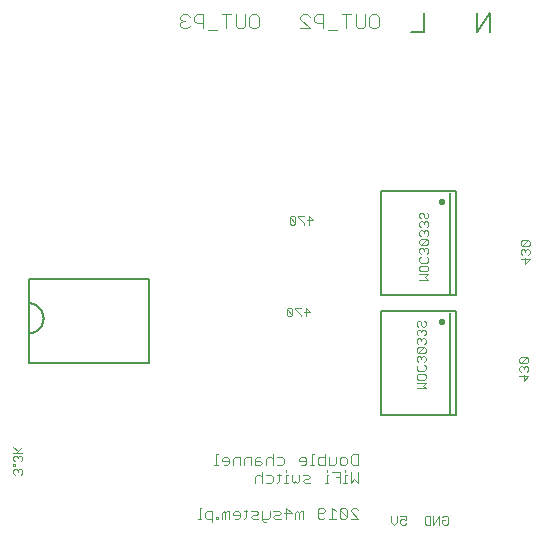
<source format=gbr>
G04 EAGLE Gerber RS-274X export*
G75*
%MOMM*%
%FSLAX34Y34*%
%LPD*%
%INSilkscreen Bottom*%
%IPPOS*%
%AMOC8*
5,1,8,0,0,1.08239X$1,22.5*%
G01*
%ADD10C,0.152400*%
%ADD11C,0.101600*%
%ADD12C,0.076200*%
%ADD13C,0.552200*%


D10*
X359918Y448832D02*
X359918Y432562D01*
X349071Y432562D01*
X415798Y432562D02*
X415798Y448832D01*
X404951Y432562D01*
X404951Y448832D01*
D11*
X304292Y75700D02*
X304292Y66548D01*
X299716Y66548D01*
X298191Y68073D01*
X298191Y74175D01*
X299716Y75700D01*
X304292Y75700D01*
X293412Y66548D02*
X290361Y66548D01*
X288836Y68073D01*
X288836Y71124D01*
X290361Y72649D01*
X293412Y72649D01*
X294937Y71124D01*
X294937Y68073D01*
X293412Y66548D01*
X285582Y68073D02*
X285582Y72649D01*
X285582Y68073D02*
X284056Y66548D01*
X279480Y66548D01*
X279480Y72649D01*
X276226Y75700D02*
X276226Y66548D01*
X271651Y66548D01*
X270125Y68073D01*
X270125Y71124D01*
X271651Y72649D01*
X276226Y72649D01*
X266871Y75700D02*
X265346Y75700D01*
X265346Y66548D01*
X266871Y66548D02*
X263821Y66548D01*
X259109Y66548D02*
X256059Y66548D01*
X259109Y66548D02*
X260634Y68073D01*
X260634Y71124D01*
X259109Y72649D01*
X256059Y72649D01*
X254533Y71124D01*
X254533Y69599D01*
X260634Y69599D01*
X240399Y72649D02*
X235823Y72649D01*
X240399Y72649D02*
X241924Y71124D01*
X241924Y68073D01*
X240399Y66548D01*
X235823Y66548D01*
X232569Y66548D02*
X232569Y75700D01*
X231044Y72649D02*
X232569Y71124D01*
X231044Y72649D02*
X227993Y72649D01*
X226468Y71124D01*
X226468Y66548D01*
X221688Y72649D02*
X218638Y72649D01*
X217113Y71124D01*
X217113Y66548D01*
X221688Y66548D01*
X223214Y68073D01*
X221688Y69599D01*
X217113Y69599D01*
X213859Y72649D02*
X213859Y66548D01*
X213859Y72649D02*
X209283Y72649D01*
X207757Y71124D01*
X207757Y66548D01*
X204503Y66548D02*
X204503Y72649D01*
X199927Y72649D01*
X198402Y71124D01*
X198402Y66548D01*
X193623Y66548D02*
X190572Y66548D01*
X193623Y66548D02*
X195148Y68073D01*
X195148Y71124D01*
X193623Y72649D01*
X190572Y72649D01*
X189047Y71124D01*
X189047Y69599D01*
X195148Y69599D01*
X185793Y75700D02*
X184268Y75700D01*
X184268Y66548D01*
X185793Y66548D02*
X182742Y66548D01*
X304292Y60460D02*
X304292Y51308D01*
X301241Y54359D01*
X298191Y51308D01*
X298191Y60460D01*
X294937Y57409D02*
X293412Y57409D01*
X293412Y51308D01*
X294937Y51308D02*
X291886Y51308D01*
X293412Y60460D02*
X293412Y61985D01*
X288700Y60460D02*
X288700Y51308D01*
X288700Y60460D02*
X282599Y60460D01*
X285649Y55884D02*
X288700Y55884D01*
X279345Y57409D02*
X277820Y57409D01*
X277820Y51308D01*
X279345Y51308D02*
X276294Y51308D01*
X277820Y60460D02*
X277820Y61985D01*
X263753Y51308D02*
X259177Y51308D01*
X257652Y52833D01*
X259177Y54359D01*
X262228Y54359D01*
X263753Y55884D01*
X262228Y57409D01*
X257652Y57409D01*
X254398Y57409D02*
X254398Y52833D01*
X252872Y51308D01*
X251347Y52833D01*
X249822Y51308D01*
X248297Y52833D01*
X248297Y57409D01*
X245043Y57409D02*
X243517Y57409D01*
X243517Y51308D01*
X241992Y51308D02*
X245043Y51308D01*
X243517Y60460D02*
X243517Y61985D01*
X237280Y58935D02*
X237280Y52833D01*
X235755Y51308D01*
X235755Y57409D02*
X238806Y57409D01*
X231044Y57409D02*
X226468Y57409D01*
X231044Y57409D02*
X232569Y55884D01*
X232569Y52833D01*
X231044Y51308D01*
X226468Y51308D01*
X223214Y51308D02*
X223214Y60460D01*
X221688Y57409D02*
X223214Y55884D01*
X221688Y57409D02*
X218638Y57409D01*
X217113Y55884D01*
X217113Y51308D01*
X298191Y20828D02*
X304292Y20828D01*
X298191Y26929D01*
X298191Y28455D01*
X299716Y29980D01*
X302767Y29980D01*
X304292Y28455D01*
X294937Y28455D02*
X294937Y22353D01*
X294937Y28455D02*
X293412Y29980D01*
X290361Y29980D01*
X288836Y28455D01*
X288836Y22353D01*
X290361Y20828D01*
X293412Y20828D01*
X294937Y22353D01*
X288836Y28455D01*
X285582Y26929D02*
X282531Y29980D01*
X282531Y20828D01*
X285582Y20828D02*
X279480Y20828D01*
X276226Y22353D02*
X274701Y20828D01*
X271651Y20828D01*
X270125Y22353D01*
X270125Y28455D01*
X271651Y29980D01*
X274701Y29980D01*
X276226Y28455D01*
X276226Y26929D01*
X274701Y25404D01*
X270125Y25404D01*
X257516Y26929D02*
X257516Y20828D01*
X257516Y26929D02*
X255991Y26929D01*
X254465Y25404D01*
X254465Y20828D01*
X254465Y25404D02*
X252940Y26929D01*
X251415Y25404D01*
X251415Y20828D01*
X243585Y20828D02*
X243585Y29980D01*
X248161Y25404D01*
X242060Y25404D01*
X238806Y20828D02*
X234230Y20828D01*
X232705Y22353D01*
X234230Y23879D01*
X237280Y23879D01*
X238806Y25404D01*
X237280Y26929D01*
X232705Y26929D01*
X229451Y26929D02*
X229451Y22353D01*
X227925Y20828D01*
X223349Y20828D01*
X223349Y19303D02*
X223349Y26929D01*
X223349Y19303D02*
X224875Y17777D01*
X226400Y17777D01*
X220095Y20828D02*
X215519Y20828D01*
X213994Y22353D01*
X215519Y23879D01*
X218570Y23879D01*
X220095Y25404D01*
X218570Y26929D01*
X213994Y26929D01*
X209215Y28455D02*
X209215Y22353D01*
X207690Y20828D01*
X207690Y26929D02*
X210740Y26929D01*
X202978Y20828D02*
X199927Y20828D01*
X202978Y20828D02*
X204503Y22353D01*
X204503Y25404D01*
X202978Y26929D01*
X199927Y26929D01*
X198402Y25404D01*
X198402Y23879D01*
X204503Y23879D01*
X195148Y20828D02*
X195148Y26929D01*
X193623Y26929D01*
X192098Y25404D01*
X192098Y20828D01*
X192098Y25404D02*
X190572Y26929D01*
X189047Y25404D01*
X189047Y20828D01*
X185793Y20828D02*
X185793Y22353D01*
X184268Y22353D01*
X184268Y20828D01*
X185793Y20828D01*
X181115Y17777D02*
X181115Y26929D01*
X176539Y26929D01*
X175014Y25404D01*
X175014Y22353D01*
X176539Y20828D01*
X181115Y20828D01*
X171760Y29980D02*
X170235Y29980D01*
X170235Y20828D01*
X171760Y20828D02*
X168710Y20828D01*
D12*
X340144Y22993D02*
X345059Y22993D01*
X345059Y19307D01*
X342602Y20536D01*
X341373Y20536D01*
X340144Y19307D01*
X340144Y16850D01*
X341373Y15621D01*
X343830Y15621D01*
X345059Y16850D01*
X337575Y18078D02*
X337575Y22993D01*
X337575Y18078D02*
X335117Y15621D01*
X332660Y18078D01*
X332660Y22993D01*
X375704Y21765D02*
X376933Y22993D01*
X379390Y22993D01*
X380619Y21765D01*
X380619Y16850D01*
X379390Y15621D01*
X376933Y15621D01*
X375704Y16850D01*
X375704Y19307D01*
X378162Y19307D01*
X373135Y15621D02*
X373135Y22993D01*
X368220Y15621D01*
X368220Y22993D01*
X365651Y22993D02*
X365651Y15621D01*
X361965Y15621D01*
X360736Y16850D01*
X360736Y21765D01*
X361965Y22993D01*
X365651Y22993D01*
D10*
X25400Y152400D02*
X25400Y177800D01*
X25400Y203200D01*
X25400Y223520D01*
X127000Y223520D01*
X127000Y152400D01*
X25400Y152400D01*
X25400Y177800D02*
X25709Y177804D01*
X26018Y177815D01*
X26327Y177834D01*
X26635Y177860D01*
X26943Y177894D01*
X27249Y177935D01*
X27555Y177984D01*
X27859Y178040D01*
X28161Y178104D01*
X28462Y178175D01*
X28762Y178253D01*
X29059Y178338D01*
X29354Y178431D01*
X29647Y178531D01*
X29937Y178638D01*
X30224Y178752D01*
X30509Y178873D01*
X30791Y179001D01*
X31069Y179135D01*
X31344Y179277D01*
X31616Y179425D01*
X31883Y179580D01*
X32147Y179741D01*
X32407Y179908D01*
X32663Y180082D01*
X32915Y180262D01*
X33162Y180448D01*
X33404Y180640D01*
X33642Y180838D01*
X33875Y181041D01*
X34103Y181251D01*
X34325Y181465D01*
X34543Y181685D01*
X34755Y181911D01*
X34961Y182141D01*
X35162Y182376D01*
X35357Y182616D01*
X35546Y182861D01*
X35729Y183110D01*
X35906Y183364D01*
X36076Y183622D01*
X36241Y183884D01*
X36399Y184150D01*
X36550Y184420D01*
X36695Y184693D01*
X36833Y184970D01*
X36964Y185250D01*
X37088Y185533D01*
X37206Y185819D01*
X37316Y186108D01*
X37420Y186399D01*
X37516Y186693D01*
X37605Y186989D01*
X37687Y187288D01*
X37762Y187588D01*
X37829Y187890D01*
X37889Y188193D01*
X37941Y188498D01*
X37986Y188804D01*
X38024Y189111D01*
X38054Y189419D01*
X38076Y189727D01*
X38092Y190036D01*
X38099Y190345D01*
X38099Y190655D01*
X38092Y190964D01*
X38076Y191273D01*
X38054Y191581D01*
X38024Y191889D01*
X37986Y192196D01*
X37941Y192502D01*
X37889Y192807D01*
X37829Y193110D01*
X37762Y193412D01*
X37687Y193712D01*
X37605Y194011D01*
X37516Y194307D01*
X37420Y194601D01*
X37316Y194892D01*
X37206Y195181D01*
X37088Y195467D01*
X36964Y195750D01*
X36833Y196030D01*
X36695Y196307D01*
X36550Y196580D01*
X36399Y196850D01*
X36241Y197116D01*
X36076Y197378D01*
X35906Y197636D01*
X35729Y197890D01*
X35546Y198139D01*
X35357Y198384D01*
X35162Y198624D01*
X34961Y198859D01*
X34755Y199089D01*
X34543Y199315D01*
X34325Y199535D01*
X34103Y199749D01*
X33875Y199959D01*
X33642Y200162D01*
X33404Y200360D01*
X33162Y200552D01*
X32915Y200738D01*
X32663Y200918D01*
X32407Y201092D01*
X32147Y201259D01*
X31883Y201420D01*
X31616Y201575D01*
X31344Y201723D01*
X31069Y201865D01*
X30791Y201999D01*
X30509Y202127D01*
X30224Y202248D01*
X29937Y202362D01*
X29647Y202469D01*
X29354Y202569D01*
X29059Y202662D01*
X28762Y202747D01*
X28462Y202825D01*
X28161Y202896D01*
X27859Y202960D01*
X27555Y203016D01*
X27249Y203065D01*
X26943Y203106D01*
X26635Y203140D01*
X26327Y203166D01*
X26018Y203185D01*
X25709Y203196D01*
X25400Y203200D01*
X323800Y210400D02*
X382240Y210400D01*
X387400Y210400D01*
X323800Y210400D02*
X323800Y297850D01*
X387400Y297850D02*
X387400Y210400D01*
X387400Y297850D02*
X323800Y297850D01*
X382240Y296850D02*
X382240Y210400D01*
D13*
X375600Y289000D03*
D12*
X363575Y222608D02*
X356203Y222608D01*
X361118Y225065D02*
X363575Y222608D01*
X361118Y225065D02*
X363575Y227523D01*
X356203Y227523D01*
X363575Y231321D02*
X363575Y233778D01*
X363575Y231321D02*
X362347Y230092D01*
X357432Y230092D01*
X356203Y231321D01*
X356203Y233778D01*
X357432Y235007D01*
X362347Y235007D01*
X363575Y233778D01*
X363575Y241262D02*
X362347Y242491D01*
X363575Y241262D02*
X363575Y238805D01*
X362347Y237576D01*
X357432Y237576D01*
X356203Y238805D01*
X356203Y241262D01*
X357432Y242491D01*
X362347Y245060D02*
X363575Y246289D01*
X363575Y248746D01*
X362347Y249975D01*
X361118Y249975D01*
X359889Y248746D01*
X359889Y247518D01*
X359889Y248746D02*
X358660Y249975D01*
X357432Y249975D01*
X356203Y248746D01*
X356203Y246289D01*
X357432Y245060D01*
X357432Y252544D02*
X362347Y252544D01*
X363575Y253773D01*
X363575Y256231D01*
X362347Y257459D01*
X357432Y257459D01*
X356203Y256231D01*
X356203Y253773D01*
X357432Y252544D01*
X362347Y257459D01*
X362347Y260029D02*
X363575Y261257D01*
X363575Y263715D01*
X362347Y264943D01*
X361118Y264943D01*
X359889Y263715D01*
X359889Y262486D01*
X359889Y263715D02*
X358660Y264943D01*
X357432Y264943D01*
X356203Y263715D01*
X356203Y261257D01*
X357432Y260029D01*
X362347Y267513D02*
X363575Y268741D01*
X363575Y271199D01*
X362347Y272428D01*
X361118Y272428D01*
X359889Y271199D01*
X359889Y269970D01*
X359889Y271199D02*
X358660Y272428D01*
X357432Y272428D01*
X356203Y271199D01*
X356203Y268741D01*
X357432Y267513D01*
X363575Y278683D02*
X362347Y279912D01*
X363575Y278683D02*
X363575Y276226D01*
X362347Y274997D01*
X361118Y274997D01*
X359889Y276226D01*
X359889Y278683D01*
X358660Y279912D01*
X357432Y279912D01*
X356203Y278683D01*
X356203Y276226D01*
X357432Y274997D01*
X19945Y59235D02*
X18717Y58006D01*
X19945Y59235D02*
X19945Y61693D01*
X18717Y62921D01*
X17488Y62921D01*
X16259Y61693D01*
X16259Y60464D01*
X16259Y61693D02*
X15030Y62921D01*
X13802Y62921D01*
X12573Y61693D01*
X12573Y59235D01*
X13802Y58006D01*
X13802Y65491D02*
X12573Y65491D01*
X13802Y65491D02*
X13802Y66719D01*
X12573Y66719D01*
X12573Y65491D01*
X18717Y69233D02*
X19945Y70461D01*
X19945Y72919D01*
X18717Y74148D01*
X17488Y74148D01*
X16259Y72919D01*
X16259Y71690D01*
X16259Y72919D02*
X15030Y74148D01*
X13802Y74148D01*
X12573Y72919D01*
X12573Y70461D01*
X13802Y69233D01*
X12573Y76717D02*
X19945Y76717D01*
X15030Y76717D02*
X19945Y81632D01*
X16259Y77946D02*
X12573Y81632D01*
X442341Y240287D02*
X449713Y240287D01*
X446027Y236601D01*
X446027Y241516D01*
X448485Y244085D02*
X449713Y245314D01*
X449713Y247771D01*
X448485Y249000D01*
X447256Y249000D01*
X446027Y247771D01*
X446027Y246543D01*
X446027Y247771D02*
X444798Y249000D01*
X443570Y249000D01*
X442341Y247771D01*
X442341Y245314D01*
X443570Y244085D01*
X443570Y251569D02*
X448485Y251569D01*
X449713Y252798D01*
X449713Y255255D01*
X448485Y256484D01*
X443570Y256484D01*
X442341Y255255D01*
X442341Y252798D01*
X443570Y251569D01*
X448485Y256484D01*
X262633Y269621D02*
X262633Y276993D01*
X266319Y273307D01*
X261404Y273307D01*
X258835Y276993D02*
X253920Y276993D01*
X253920Y275765D01*
X258835Y270850D01*
X258835Y269621D01*
X251351Y270850D02*
X251351Y275765D01*
X250122Y276993D01*
X247665Y276993D01*
X246436Y275765D01*
X246436Y270850D01*
X247665Y269621D01*
X250122Y269621D01*
X251351Y270850D01*
X246436Y275765D01*
D11*
X316018Y447812D02*
X319916Y447812D01*
X321865Y445863D01*
X321865Y438067D01*
X319916Y436118D01*
X316018Y436118D01*
X314069Y438067D01*
X314069Y445863D01*
X316018Y447812D01*
X310171Y447812D02*
X310171Y438067D01*
X308222Y436118D01*
X304324Y436118D01*
X302375Y438067D01*
X302375Y447812D01*
X294579Y447812D02*
X294579Y436118D01*
X298477Y447812D02*
X290681Y447812D01*
X286783Y434169D02*
X278987Y434169D01*
X275089Y436118D02*
X275089Y447812D01*
X269242Y447812D01*
X267293Y445863D01*
X267293Y441965D01*
X269242Y440016D01*
X275089Y440016D01*
X263395Y436118D02*
X255599Y436118D01*
X263395Y436118D02*
X255599Y443914D01*
X255599Y445863D01*
X257548Y447812D01*
X261446Y447812D01*
X263395Y445863D01*
X218316Y447812D02*
X214418Y447812D01*
X218316Y447812D02*
X220265Y445863D01*
X220265Y438067D01*
X218316Y436118D01*
X214418Y436118D01*
X212469Y438067D01*
X212469Y445863D01*
X214418Y447812D01*
X208571Y447812D02*
X208571Y438067D01*
X206622Y436118D01*
X202724Y436118D01*
X200775Y438067D01*
X200775Y447812D01*
X192979Y447812D02*
X192979Y436118D01*
X196877Y447812D02*
X189081Y447812D01*
X185183Y434169D02*
X177387Y434169D01*
X173489Y436118D02*
X173489Y447812D01*
X167642Y447812D01*
X165693Y445863D01*
X165693Y441965D01*
X167642Y440016D01*
X173489Y440016D01*
X161795Y445863D02*
X159846Y447812D01*
X155948Y447812D01*
X153999Y445863D01*
X153999Y443914D01*
X155948Y441965D01*
X157897Y441965D01*
X155948Y441965D02*
X153999Y440016D01*
X153999Y438067D01*
X155948Y436118D01*
X159846Y436118D01*
X161795Y438067D01*
D12*
X441071Y141227D02*
X448443Y141227D01*
X444757Y137541D01*
X444757Y142456D01*
X447215Y145025D02*
X448443Y146254D01*
X448443Y148711D01*
X447215Y149940D01*
X445986Y149940D01*
X444757Y148711D01*
X444757Y147483D01*
X444757Y148711D02*
X443528Y149940D01*
X442300Y149940D01*
X441071Y148711D01*
X441071Y146254D01*
X442300Y145025D01*
X442300Y152509D02*
X447215Y152509D01*
X448443Y153738D01*
X448443Y156195D01*
X447215Y157424D01*
X442300Y157424D01*
X441071Y156195D01*
X441071Y153738D01*
X442300Y152509D01*
X447215Y157424D01*
X260093Y192151D02*
X260093Y199523D01*
X263779Y195837D01*
X258864Y195837D01*
X256295Y199523D02*
X251380Y199523D01*
X251380Y198295D01*
X256295Y193380D01*
X256295Y192151D01*
X248811Y193380D02*
X248811Y198295D01*
X247582Y199523D01*
X245125Y199523D01*
X243896Y198295D01*
X243896Y193380D01*
X245125Y192151D01*
X247582Y192151D01*
X248811Y193380D01*
X243896Y198295D01*
D10*
X323800Y108800D02*
X382240Y108800D01*
X387400Y108800D01*
X323800Y108800D02*
X323800Y196250D01*
X387400Y196250D02*
X387400Y108800D01*
X387400Y196250D02*
X323800Y196250D01*
X382240Y195250D02*
X382240Y108800D01*
D13*
X375600Y187400D03*
D12*
X361575Y131008D02*
X354203Y131008D01*
X359118Y133465D02*
X361575Y131008D01*
X359118Y133465D02*
X361575Y135923D01*
X354203Y135923D01*
X361575Y139721D02*
X361575Y142178D01*
X361575Y139721D02*
X360347Y138492D01*
X355432Y138492D01*
X354203Y139721D01*
X354203Y142178D01*
X355432Y143407D01*
X360347Y143407D01*
X361575Y142178D01*
X361575Y149662D02*
X360347Y150891D01*
X361575Y149662D02*
X361575Y147205D01*
X360347Y145976D01*
X355432Y145976D01*
X354203Y147205D01*
X354203Y149662D01*
X355432Y150891D01*
X360347Y153460D02*
X361575Y154689D01*
X361575Y157146D01*
X360347Y158375D01*
X359118Y158375D01*
X357889Y157146D01*
X357889Y155918D01*
X357889Y157146D02*
X356660Y158375D01*
X355432Y158375D01*
X354203Y157146D01*
X354203Y154689D01*
X355432Y153460D01*
X355432Y160944D02*
X360347Y160944D01*
X361575Y162173D01*
X361575Y164631D01*
X360347Y165859D01*
X355432Y165859D01*
X354203Y164631D01*
X354203Y162173D01*
X355432Y160944D01*
X360347Y165859D01*
X360347Y168429D02*
X361575Y169657D01*
X361575Y172115D01*
X360347Y173343D01*
X359118Y173343D01*
X357889Y172115D01*
X357889Y170886D01*
X357889Y172115D02*
X356660Y173343D01*
X355432Y173343D01*
X354203Y172115D01*
X354203Y169657D01*
X355432Y168429D01*
X360347Y175913D02*
X361575Y177141D01*
X361575Y179599D01*
X360347Y180828D01*
X359118Y180828D01*
X357889Y179599D01*
X357889Y178370D01*
X357889Y179599D02*
X356660Y180828D01*
X355432Y180828D01*
X354203Y179599D01*
X354203Y177141D01*
X355432Y175913D01*
X361575Y187083D02*
X360347Y188312D01*
X361575Y187083D02*
X361575Y184626D01*
X360347Y183397D01*
X359118Y183397D01*
X357889Y184626D01*
X357889Y187083D01*
X356660Y188312D01*
X355432Y188312D01*
X354203Y187083D01*
X354203Y184626D01*
X355432Y183397D01*
M02*

</source>
